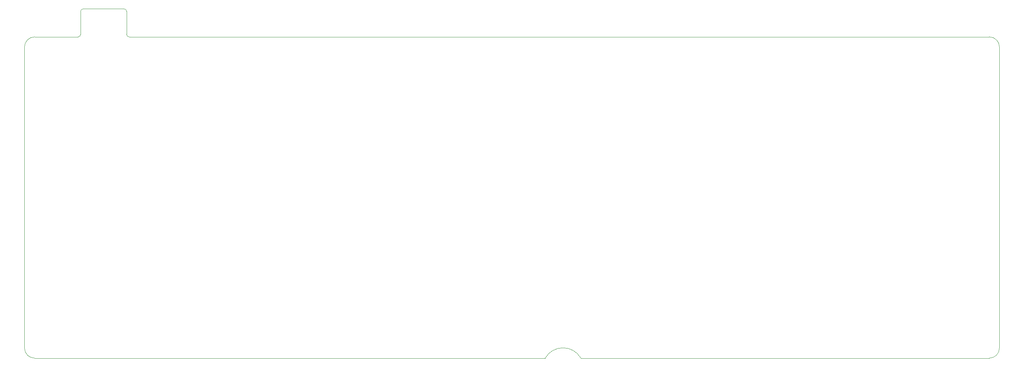
<source format=gm1>
G04 #@! TF.GenerationSoftware,KiCad,Pcbnew,(6.0.5-0)*
G04 #@! TF.CreationDate,2022-06-10T13:55:56-05:00*
G04 #@! TF.ProjectId,pcb,7063622e-6b69-4636-9164-5f7063625858,rev?*
G04 #@! TF.SameCoordinates,Original*
G04 #@! TF.FileFunction,Profile,NP*
%FSLAX46Y46*%
G04 Gerber Fmt 4.6, Leading zero omitted, Abs format (unit mm)*
G04 Created by KiCad (PCBNEW (6.0.5-0)) date 2022-06-10 13:55:56*
%MOMM*%
%LPD*%
G01*
G04 APERTURE LIST*
G04 #@! TA.AperFunction,Profile*
%ADD10C,0.050000*%
G04 #@! TD*
G04 APERTURE END LIST*
D10*
X80341790Y-44264230D02*
G75*
G03*
X77960530Y-46645507I10J-2381270D01*
G01*
X101773050Y-38311125D02*
X101773050Y-43668942D01*
X91652729Y-37715816D02*
G75*
G03*
X91057416Y-38311125I-29J-595284D01*
G01*
X302988844Y-119273704D02*
G75*
G03*
X305370104Y-116892441I-44J2381304D01*
G01*
X302988844Y-44264247D02*
X102368363Y-44264255D01*
X101772988Y-38311125D02*
G75*
G03*
X101177737Y-37715812I-595288J25D01*
G01*
X90462103Y-44264255D02*
X80341790Y-44264247D01*
X305370104Y-46645507D02*
X305370104Y-116892441D01*
X101773045Y-43668942D02*
G75*
G03*
X102368363Y-44264255I595355J42D01*
G01*
X207738763Y-119273693D02*
X302988844Y-119273701D01*
X80341782Y-119273701D02*
X199404383Y-119273693D01*
X91652729Y-37715812D02*
X101177737Y-37715812D01*
X207738763Y-119273693D02*
G75*
G03*
X199404383Y-119273693I-4167190J-2381252D01*
G01*
X77960530Y-46645507D02*
X77960522Y-116892441D01*
X77960499Y-116892441D02*
G75*
G03*
X80341782Y-119273701I2381301J41D01*
G01*
X90462103Y-44264216D02*
G75*
G03*
X91057416Y-43668942I-3J595316D01*
G01*
X91057416Y-43668942D02*
X91057416Y-38311125D01*
X305370053Y-46645507D02*
G75*
G03*
X302988844Y-44264247I-2381253J7D01*
G01*
M02*

</source>
